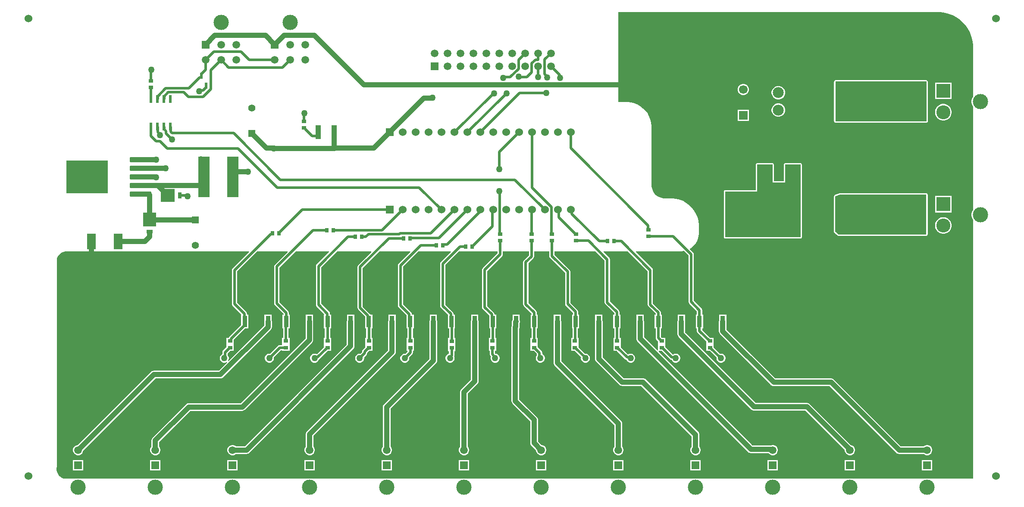
<source format=gbr>
G04*
G04 #@! TF.GenerationSoftware,Altium Limited,Altium Designer,22.4.2 (48)*
G04*
G04 Layer_Physical_Order=1*
G04 Layer_Color=255*
%FSLAX25Y25*%
%MOIN*%
G70*
G04*
G04 #@! TF.SameCoordinates,7713EA0D-6249-4CA7-80EE-CA65CFE05E5E*
G04*
G04*
G04 #@! TF.FilePolarity,Positive*
G04*
G01*
G75*
%ADD19R,0.08661X0.31496*%
%ADD20R,0.03740X0.03150*%
%ADD21R,0.03543X0.08858*%
%ADD22R,0.21850X0.24803*%
%ADD23R,0.03150X0.03740*%
G04:AMPARAMS|DCode=24|XSize=39.37mil|YSize=163.39mil|CornerRadius=1.97mil|HoleSize=0mil|Usage=FLASHONLY|Rotation=270.000|XOffset=0mil|YOffset=0mil|HoleType=Round|Shape=RoundedRectangle|*
%AMROUNDEDRECTD24*
21,1,0.03937,0.15945,0,0,270.0*
21,1,0.03543,0.16339,0,0,270.0*
1,1,0.00394,-0.07972,-0.01772*
1,1,0.00394,-0.07972,0.01772*
1,1,0.00394,0.07972,0.01772*
1,1,0.00394,0.07972,-0.01772*
%
%ADD24ROUNDEDRECTD24*%
G04:AMPARAMS|DCode=25|XSize=251.97mil|YSize=322.84mil|CornerRadius=2.52mil|HoleSize=0mil|Usage=FLASHONLY|Rotation=270.000|XOffset=0mil|YOffset=0mil|HoleType=Round|Shape=RoundedRectangle|*
%AMROUNDEDRECTD25*
21,1,0.25197,0.31780,0,0,270.0*
21,1,0.24693,0.32284,0,0,270.0*
1,1,0.00504,-0.15890,-0.12347*
1,1,0.00504,-0.15890,0.12347*
1,1,0.00504,0.15890,0.12347*
1,1,0.00504,0.15890,-0.12347*
%
%ADD25ROUNDEDRECTD25*%
%ADD26R,0.10000X0.10512*%
%ADD27R,0.05000X0.03000*%
%ADD28R,0.07008X0.12402*%
%ADD29R,0.04331X0.11024*%
%ADD30R,0.02200X0.05000*%
%ADD31R,0.02362X0.06102*%
%ADD32R,0.10512X0.10000*%
%ADD33R,0.03000X0.05000*%
%ADD56C,0.10827*%
%ADD57R,0.10827X0.10827*%
%ADD58C,0.11800*%
%ADD60C,0.05906*%
%ADD61R,0.05906X0.05906*%
%ADD65C,0.01968*%
%ADD66C,0.03937*%
%ADD67C,0.01181*%
%ADD68C,0.11811*%
%ADD69C,0.05984*%
%ADD70R,0.05984X0.05984*%
%ADD71C,0.06000*%
%ADD72R,0.06693X0.06693*%
%ADD73C,0.06693*%
%ADD74C,0.08465*%
%ADD75R,0.06693X0.06693*%
%ADD76C,0.05512*%
%ADD77R,0.05512X0.05512*%
%ADD78C,0.06024*%
%ADD79R,0.06024X0.06024*%
%ADD80C,0.05000*%
G36*
X727154Y398421D02*
X729735Y397908D01*
X732253Y397144D01*
X734684Y396137D01*
X737005Y394897D01*
X739192Y393435D01*
X741226Y391766D01*
X743087Y389905D01*
X744756Y387871D01*
X746218Y385683D01*
X747458Y383363D01*
X748465Y380932D01*
X749229Y378414D01*
X749743Y375833D01*
X750000Y373215D01*
X750000Y371899D01*
X750000D01*
Y333191D01*
X749709Y332755D01*
X749189Y331500D01*
X748924Y330167D01*
Y328807D01*
X749189Y327474D01*
X749709Y326219D01*
X750000Y325783D01*
Y245428D01*
X749709Y244992D01*
X749189Y243737D01*
X748924Y242404D01*
Y241044D01*
X749189Y239711D01*
X749709Y238456D01*
X750000Y238020D01*
Y37401D01*
X716318D01*
X715247Y37614D01*
X713887D01*
X712816Y37401D01*
X656654D01*
X655583Y37614D01*
X654223D01*
X653152Y37401D01*
X596991D01*
X595920Y37614D01*
X594560D01*
X593489Y37401D01*
X537327D01*
X536256Y37614D01*
X534896D01*
X533825Y37401D01*
X477664D01*
X476593Y37614D01*
X475233D01*
X474162Y37401D01*
X418000D01*
X416929Y37614D01*
X415569D01*
X414498Y37401D01*
X358336Y37401D01*
X357266Y37614D01*
X355905D01*
X354835Y37401D01*
X298673D01*
X297602Y37614D01*
X296242D01*
X295171Y37401D01*
X239009D01*
X237938Y37614D01*
X236578D01*
X235507Y37401D01*
X179346D01*
X178275Y37614D01*
X176915D01*
X175844Y37401D01*
X119682D01*
X118611Y37614D01*
X117251D01*
X116180Y37401D01*
X60019D01*
X58948Y37614D01*
X57588D01*
X56517Y37401D01*
X47721D01*
X46978Y37552D01*
X45578Y38139D01*
X44320Y38987D01*
X43252Y40064D01*
X42414Y41329D01*
X41839Y42734D01*
X41550Y44223D01*
X41556Y45740D01*
X41707Y46484D01*
X41707D01*
X41707Y205908D01*
X41707Y206646D01*
X41995Y208094D01*
X42559Y209458D01*
X43380Y210686D01*
X44423Y211730D01*
X45651Y212550D01*
X47015Y213115D01*
X48463Y213403D01*
X49202Y213403D01*
X49202Y213403D01*
X190238D01*
X190430Y212941D01*
X177643Y200154D01*
X177205Y199498D01*
X177051Y198723D01*
Y172899D01*
X177205Y172125D01*
X177643Y171468D01*
X184168Y164944D01*
X184315Y164484D01*
X184315D01*
X184315Y164484D01*
Y156487D01*
X175175Y147347D01*
X174736Y146691D01*
X174712Y146568D01*
X172850D01*
Y141418D01*
Y139161D01*
X170325Y136637D01*
X169887Y135980D01*
X169733Y135206D01*
Y133993D01*
X169027Y133585D01*
X168375Y132933D01*
X167914Y132135D01*
X167676Y131245D01*
Y130324D01*
X167914Y129433D01*
X168375Y128635D01*
X169027Y127984D01*
X169825Y127523D01*
X170715Y127284D01*
X171636D01*
X172527Y127523D01*
X173220Y127923D01*
X173527Y127523D01*
X167028Y121024D01*
X116770D01*
X115995Y120922D01*
X115273Y120623D01*
X114653Y120147D01*
X58025Y63520D01*
X57742D01*
X56727Y63248D01*
X55817Y62722D01*
X55073Y61979D01*
X54548Y61068D01*
X54276Y60053D01*
Y59002D01*
X54548Y57987D01*
X55073Y57076D01*
X55817Y56333D01*
X56727Y55808D01*
X57742Y55535D01*
X58793D01*
X59809Y55808D01*
X60719Y56333D01*
X61462Y57076D01*
X61988Y57987D01*
X62260Y59002D01*
Y59285D01*
X118010Y115036D01*
X168268D01*
X169043Y115138D01*
X169765Y115437D01*
X170385Y115913D01*
X207156Y152684D01*
X207632Y153304D01*
X207766Y153626D01*
X207811D01*
Y153735D01*
X207931Y154026D01*
X208033Y154801D01*
Y159055D01*
X207931Y159830D01*
X207811Y160121D01*
Y164484D01*
X202268D01*
Y160121D01*
X202147Y159830D01*
X202045Y159055D01*
Y156041D01*
X174437Y128433D01*
X174037Y128740D01*
X174437Y129433D01*
X174676Y130324D01*
Y131245D01*
X174437Y132135D01*
X173976Y132933D01*
X173779Y133131D01*
Y134368D01*
X175711Y136300D01*
X178590D01*
Y141418D01*
Y144388D01*
X178629Y144583D01*
Y145079D01*
X187176Y153626D01*
X189858D01*
Y164484D01*
X188805D01*
Y165190D01*
X188652Y165965D01*
X188213Y166621D01*
X181097Y173737D01*
Y197886D01*
X196614Y213403D01*
X220006D01*
X220197Y212941D01*
X210393Y203136D01*
X209954Y202480D01*
X209800Y201706D01*
Y173138D01*
X209954Y172364D01*
X210393Y171708D01*
X217025Y165076D01*
Y164484D01*
X216276D01*
Y153626D01*
X216902D01*
Y146568D01*
X215932D01*
Y140898D01*
X214179D01*
X213405Y140744D01*
X212749Y140305D01*
X206690Y134247D01*
X206550Y134284D01*
X205628D01*
X204738Y134046D01*
X203940Y133585D01*
X203288Y132933D01*
X202827Y132135D01*
X202589Y131245D01*
Y130324D01*
X202827Y129433D01*
X203288Y128635D01*
X203940Y127984D01*
X204738Y127523D01*
X205628Y127284D01*
X206550D01*
X207440Y127523D01*
X208238Y127984D01*
X208890Y128635D01*
X209350Y129433D01*
X209589Y130324D01*
Y131245D01*
X209551Y131386D01*
X215017Y136852D01*
X215932D01*
Y136300D01*
X221672D01*
Y141418D01*
Y146568D01*
X220948D01*
Y153626D01*
X221820D01*
Y164484D01*
X221071D01*
Y165914D01*
X220917Y166688D01*
X220479Y167344D01*
X213846Y173977D01*
Y200868D01*
X226381Y213403D01*
X252035D01*
X252226Y212941D01*
X242646Y203360D01*
X242208Y202704D01*
X242054Y201930D01*
Y172140D01*
X242208Y171366D01*
X242646Y170709D01*
X248423Y164932D01*
X248238Y164484D01*
X248238D01*
Y153626D01*
X248986D01*
Y146582D01*
X248205D01*
Y141432D01*
Y139175D01*
X242811Y133781D01*
X242353Y134046D01*
X241463Y134284D01*
X240541D01*
X239651Y134046D01*
X238853Y133585D01*
X238201Y132933D01*
X237740Y132135D01*
X237502Y131245D01*
Y130324D01*
X237740Y129433D01*
X238201Y128635D01*
X238853Y127984D01*
X239651Y127523D01*
X240541Y127284D01*
X241463D01*
X242353Y127523D01*
X243151Y127984D01*
X243803Y128635D01*
X244264Y129433D01*
X244335Y129699D01*
X244686Y129934D01*
X251066Y136314D01*
X253945D01*
Y141432D01*
Y146582D01*
X253032D01*
Y153626D01*
X253781D01*
Y164484D01*
X252956D01*
Y165284D01*
X252802Y166058D01*
X252363Y166714D01*
X246100Y172978D01*
Y201092D01*
X258411Y213403D01*
X284722D01*
X284913Y212941D01*
X274829Y202856D01*
X274390Y202200D01*
X274236Y201426D01*
Y169779D01*
X274390Y169004D01*
X274829Y168348D01*
X280160Y163017D01*
Y159843D01*
X280199Y159647D01*
Y153626D01*
X280981D01*
Y146568D01*
X280168D01*
Y141418D01*
Y139161D01*
X278340Y137333D01*
X277902Y136677D01*
X277748Y135903D01*
Y135478D01*
X276516Y134247D01*
X276376Y134284D01*
X275454D01*
X274564Y134046D01*
X273766Y133585D01*
X273114Y132933D01*
X272654Y132135D01*
X272415Y131245D01*
Y130324D01*
X272654Y129433D01*
X273114Y128635D01*
X273766Y127984D01*
X274564Y127523D01*
X275454Y127284D01*
X276376D01*
X277266Y127523D01*
X278064Y127984D01*
X278716Y128635D01*
X279177Y129433D01*
X279415Y130324D01*
Y131245D01*
X279378Y131386D01*
X281201Y133209D01*
X281640Y133866D01*
X281794Y134640D01*
Y135065D01*
X283012Y136283D01*
X283122Y136261D01*
X283318Y136300D01*
X285908D01*
Y141418D01*
Y146568D01*
X285028D01*
Y153626D01*
X285742D01*
Y164484D01*
X284081D01*
X284052Y164629D01*
X283614Y165285D01*
X278282Y170617D01*
Y200588D01*
X291097Y213403D01*
X314825D01*
X315017Y212941D01*
X306090Y204014D01*
X305651Y203358D01*
X305497Y202583D01*
Y171580D01*
X305651Y170805D01*
X306090Y170149D01*
X312160Y164079D01*
Y153626D01*
X312956D01*
Y146568D01*
X312157D01*
Y141418D01*
Y136300D01*
X312953D01*
X312983Y135800D01*
X311430Y134247D01*
X311289Y134284D01*
X310367D01*
X309477Y134046D01*
X308679Y133585D01*
X308028Y132933D01*
X307567Y132135D01*
X307328Y131245D01*
Y130324D01*
X307567Y129433D01*
X308028Y128635D01*
X308679Y127984D01*
X309477Y127523D01*
X310367Y127284D01*
X311289D01*
X312179Y127523D01*
X312977Y127984D01*
X313629Y128635D01*
X314090Y129433D01*
X314328Y130324D01*
Y131245D01*
X314291Y131386D01*
X316458Y133553D01*
X316896Y134209D01*
X317050Y134983D01*
Y136300D01*
X317897D01*
Y141418D01*
Y146568D01*
X317003D01*
Y153626D01*
X317704D01*
Y164484D01*
X316292D01*
Y164831D01*
X316138Y165606D01*
X315699Y166262D01*
X309544Y172418D01*
Y201745D01*
X321201Y213403D01*
X346188D01*
X346380Y212941D01*
X338766Y205327D01*
X338328Y204671D01*
X338174Y203896D01*
Y171194D01*
X338328Y170419D01*
X338766Y169763D01*
X344122Y164408D01*
Y153626D01*
X345061D01*
Y146445D01*
X344129D01*
Y141296D01*
Y136178D01*
X344976D01*
Y134203D01*
X344391Y134046D01*
X343592Y133585D01*
X342941Y132933D01*
X342480Y132135D01*
X342241Y131245D01*
Y130324D01*
X342480Y129433D01*
X342941Y128635D01*
X343592Y127984D01*
X344391Y127523D01*
X345281Y127284D01*
X346202D01*
X347092Y127523D01*
X347890Y127984D01*
X348542Y128635D01*
X349003Y129433D01*
X349241Y130324D01*
Y131245D01*
X349003Y132135D01*
X348910Y132297D01*
X349022Y132862D01*
Y136178D01*
X349869D01*
Y141296D01*
Y146445D01*
X349107D01*
Y153626D01*
X349665D01*
Y164484D01*
X348418D01*
Y164996D01*
X348264Y165770D01*
X347825Y166427D01*
X342220Y172032D01*
Y203059D01*
X352564Y213403D01*
X382605D01*
Y211986D01*
X371053Y200434D01*
X370614Y199777D01*
X370460Y199003D01*
Y170277D01*
X370614Y169503D01*
X371053Y168846D01*
X376044Y163855D01*
Y159843D01*
X376083Y159647D01*
Y153626D01*
X376720D01*
Y146568D01*
X375761D01*
Y141418D01*
Y136300D01*
X376608D01*
Y133628D01*
X376762Y132853D01*
X377201Y132197D01*
X377366Y132033D01*
X377155Y131245D01*
Y130324D01*
X377393Y129433D01*
X377854Y128635D01*
X378505Y127984D01*
X379304Y127523D01*
X380194Y127284D01*
X381115D01*
X382006Y127523D01*
X382804Y127984D01*
X383455Y128635D01*
X383916Y129433D01*
X384155Y130324D01*
Y131245D01*
X383916Y132135D01*
X383455Y132933D01*
X382804Y133585D01*
X382006Y134046D01*
X381115Y134284D01*
X380836D01*
X380655Y134466D01*
Y136300D01*
X381502D01*
Y141418D01*
Y146568D01*
X380766D01*
Y153626D01*
X381626D01*
Y164484D01*
X380090D01*
Y164693D01*
X379936Y165467D01*
X379498Y166123D01*
X374506Y171115D01*
Y198165D01*
X386059Y209718D01*
X386497Y210374D01*
X386651Y211148D01*
Y213403D01*
X406684D01*
Y210308D01*
X402899Y206523D01*
X402460Y205867D01*
X402307Y205093D01*
Y172485D01*
X402460Y171711D01*
X402899Y171055D01*
X408793Y165161D01*
Y164484D01*
X408044D01*
Y153626D01*
X408729D01*
Y146568D01*
X407817D01*
Y141418D01*
Y136300D01*
X410696D01*
X412965Y134032D01*
Y133131D01*
X412767Y132933D01*
X412306Y132135D01*
X412068Y131245D01*
Y130324D01*
X412306Y129433D01*
X412767Y128635D01*
X413419Y127984D01*
X414217Y127523D01*
X415107Y127284D01*
X416028D01*
X416919Y127523D01*
X417717Y127984D01*
X418368Y128635D01*
X418829Y129433D01*
X419068Y130324D01*
Y131245D01*
X418829Y132135D01*
X418368Y132933D01*
X417717Y133585D01*
X417011Y133993D01*
Y134870D01*
X416857Y135644D01*
X416418Y136300D01*
X413557Y139161D01*
Y141418D01*
Y146568D01*
X412775D01*
Y153626D01*
X413588D01*
Y164484D01*
X412839D01*
Y165999D01*
X412685Y166773D01*
X412247Y167429D01*
X406353Y173323D01*
Y204255D01*
X410138Y208040D01*
X410576Y208696D01*
X410731Y209470D01*
Y213403D01*
X422478D01*
Y209876D01*
X422632Y209101D01*
X423071Y208445D01*
X434692Y196824D01*
Y172707D01*
X434846Y171933D01*
X435285Y171276D01*
X440754Y165807D01*
Y164484D01*
X440006D01*
Y153626D01*
X440520D01*
Y146568D01*
X439438D01*
Y141418D01*
Y136300D01*
X442317D01*
X447064Y131554D01*
X446981Y131245D01*
Y130324D01*
X447219Y129433D01*
X447680Y128635D01*
X448332Y127984D01*
X449130Y127523D01*
X450020Y127284D01*
X450942D01*
X451832Y127523D01*
X452630Y127984D01*
X453282Y128635D01*
X453742Y129433D01*
X453981Y130324D01*
Y131245D01*
X453742Y132135D01*
X453282Y132933D01*
X452630Y133585D01*
X451832Y134046D01*
X450942Y134284D01*
X450055D01*
X445179Y139161D01*
Y141418D01*
Y146568D01*
X444566D01*
Y153626D01*
X445549D01*
Y164484D01*
X444801D01*
Y166645D01*
X444647Y167419D01*
X444208Y168076D01*
X438738Y173545D01*
Y197662D01*
X438584Y198436D01*
X438146Y199092D01*
X426524Y210714D01*
Y213403D01*
X458262D01*
X465303Y206362D01*
Y173927D01*
X465457Y173153D01*
X465896Y172496D01*
X472716Y165676D01*
Y164484D01*
X471967D01*
Y153626D01*
X472783D01*
Y146568D01*
X472004D01*
Y141418D01*
Y136300D01*
X474668D01*
X474864Y136261D01*
X474913Y136271D01*
X481250Y129934D01*
X481906Y129495D01*
X482128Y129451D01*
X482133Y129433D01*
X482593Y128635D01*
X483245Y127984D01*
X484043Y127523D01*
X484933Y127284D01*
X485855D01*
X486745Y127523D01*
X487543Y127984D01*
X488195Y128635D01*
X488656Y129433D01*
X488894Y130324D01*
Y131245D01*
X488656Y132135D01*
X488195Y132933D01*
X487543Y133585D01*
X486745Y134046D01*
X485855Y134284D01*
X484933D01*
X484043Y134046D01*
X483293Y133613D01*
X477745Y139161D01*
Y141418D01*
Y146568D01*
X476830D01*
Y153626D01*
X477510D01*
Y164484D01*
X476762D01*
Y166515D01*
X476608Y167289D01*
X476169Y167945D01*
X469349Y174765D01*
Y207200D01*
X469195Y207974D01*
X468757Y208630D01*
X468757Y208630D01*
X464447Y212941D01*
X464638Y213403D01*
X483217D01*
X498576Y198044D01*
Y172263D01*
X498730Y171489D01*
X499168Y170833D01*
X504677Y165324D01*
Y164484D01*
X503928D01*
Y153626D01*
X504677D01*
Y146443D01*
X504831Y145668D01*
X505269Y145012D01*
X506575Y143707D01*
Y141418D01*
Y136949D01*
X506075Y136742D01*
X495685Y147131D01*
Y159055D01*
X495583Y159830D01*
X495463Y160121D01*
Y164484D01*
X489920D01*
Y160121D01*
X489799Y159830D01*
X489697Y159055D01*
Y145891D01*
X489799Y145116D01*
X490098Y144394D01*
X490574Y143774D01*
X576259Y58090D01*
X576879Y57614D01*
X577601Y57315D01*
X578376Y57213D01*
X591966D01*
X592045Y57076D01*
X592789Y56333D01*
X593699Y55808D01*
X594714Y55535D01*
X595765D01*
X596781Y55808D01*
X597691Y56333D01*
X598434Y57076D01*
X598960Y57987D01*
X599232Y59002D01*
Y60053D01*
X598960Y61068D01*
X598434Y61979D01*
X597691Y62722D01*
X596781Y63248D01*
X595765Y63520D01*
X594714D01*
X593699Y63248D01*
X593524Y63147D01*
X593113Y63201D01*
X579616D01*
X507017Y135800D01*
X507224Y136300D01*
X509454D01*
X515820Y129934D01*
X516477Y129495D01*
X517079Y129375D01*
X517507Y128635D01*
X518158Y127984D01*
X518956Y127523D01*
X519846Y127284D01*
X520768D01*
X521658Y127523D01*
X522456Y127984D01*
X523108Y128635D01*
X523569Y129433D01*
X523807Y130324D01*
Y131245D01*
X523569Y132135D01*
X523108Y132933D01*
X522456Y133585D01*
X521658Y134046D01*
X520768Y134284D01*
X519846D01*
X518956Y134046D01*
X518158Y133585D01*
X518025Y133451D01*
X512315Y139161D01*
Y141418D01*
Y146568D01*
X509436D01*
X508723Y147281D01*
Y153626D01*
X509472D01*
Y164484D01*
X508723D01*
Y166162D01*
X508569Y166937D01*
X508131Y167593D01*
X502622Y173101D01*
Y198882D01*
X502468Y199656D01*
X502030Y200312D01*
X489401Y212941D01*
X489593Y213403D01*
X523525D01*
X524483Y213434D01*
X526384Y213684D01*
X526696Y213767D01*
X530221Y210243D01*
Y174300D01*
X530375Y173526D01*
X530813Y172870D01*
X536638Y167045D01*
Y164484D01*
X535890D01*
Y153626D01*
X536638D01*
Y151718D01*
X536792Y150944D01*
X537231Y150287D01*
X543812Y143707D01*
Y141418D01*
Y136300D01*
X546691D01*
X551726Y131265D01*
X551720Y131245D01*
Y130324D01*
X551959Y129433D01*
X552420Y128635D01*
X553071Y127984D01*
X553869Y127523D01*
X554760Y127284D01*
X555681D01*
X556571Y127523D01*
X557369Y127984D01*
X558021Y128635D01*
X558482Y129433D01*
X558720Y130324D01*
Y131245D01*
X558482Y132135D01*
X558021Y132933D01*
X557369Y133585D01*
X556571Y134046D01*
X555681Y134284D01*
X554760D01*
X554498Y134214D01*
X549552Y139161D01*
Y141418D01*
Y146568D01*
X546673D01*
X540685Y152556D01*
Y153626D01*
X541433D01*
Y164484D01*
X540685D01*
Y167883D01*
X540530Y168657D01*
X540092Y169313D01*
X534267Y175138D01*
Y211081D01*
X534113Y211855D01*
X533674Y212511D01*
X531099Y215086D01*
X531165Y215582D01*
X531666Y215871D01*
X533187Y217038D01*
X534543Y218394D01*
X535709Y219914D01*
X536668Y221574D01*
X537401Y223345D01*
X537897Y225197D01*
X538147Y227098D01*
X538178Y228056D01*
X538178Y228056D01*
X538178Y232745D01*
X538131Y234173D01*
X537759Y237005D01*
X537019Y239764D01*
X535926Y242403D01*
X534498Y244877D01*
X532759Y247143D01*
X530739Y249163D01*
X528473Y250902D01*
X525999Y252330D01*
X523360Y253423D01*
X520601Y254163D01*
X517769Y254535D01*
X516341Y254582D01*
Y254582D01*
X510667D01*
X508735Y254966D01*
X506916Y255720D01*
X505278Y256815D01*
X503885Y258207D01*
X502790Y259845D01*
X502037Y261665D01*
X501652Y263597D01*
Y264582D01*
X501652Y309446D01*
X501610Y310727D01*
X501276Y313268D01*
X500613Y315744D01*
X499632Y318112D01*
X498350Y320332D01*
X496790Y322366D01*
X494978Y324178D01*
X492944Y325738D01*
X490725Y327020D01*
X488356Y328000D01*
X485881Y328664D01*
X483340Y328998D01*
X482058Y329040D01*
Y329040D01*
X475992D01*
Y398679D01*
X723220Y398679D01*
X724536Y398679D01*
X727154Y398421D01*
D02*
G37*
%LPC*%
G36*
X572980Y343178D02*
X571836D01*
X570730Y342882D01*
X569739Y342310D01*
X568930Y341501D01*
X568358Y340510D01*
X568061Y339404D01*
Y338260D01*
X568358Y337154D01*
X568930Y336163D01*
X569739Y335354D01*
X570730Y334782D01*
X571836Y334485D01*
X572980D01*
X574085Y334782D01*
X575076Y335354D01*
X575886Y336163D01*
X576458Y337154D01*
X576754Y338260D01*
Y339404D01*
X576458Y340510D01*
X575886Y341501D01*
X575076Y342310D01*
X574085Y342882D01*
X572980Y343178D01*
D02*
G37*
G36*
X733537Y344150D02*
X720711D01*
Y331324D01*
X733537D01*
Y344150D01*
D02*
G37*
G36*
X600233Y341544D02*
X598856D01*
X597525Y341188D01*
X596332Y340499D01*
X595358Y339525D01*
X594669Y338332D01*
X594312Y337001D01*
Y335623D01*
X594669Y334293D01*
X595358Y333099D01*
X596332Y332125D01*
X597525Y331436D01*
X598856Y331080D01*
X600233D01*
X601564Y331436D01*
X602757Y332125D01*
X603731Y333099D01*
X604420Y334293D01*
X604777Y335623D01*
Y337001D01*
X604420Y338332D01*
X603731Y339525D01*
X602757Y340499D01*
X601564Y341188D01*
X600233Y341544D01*
D02*
G37*
G36*
Y328159D02*
X598856D01*
X597525Y327802D01*
X596332Y327113D01*
X595358Y326139D01*
X594669Y324946D01*
X594312Y323615D01*
Y322237D01*
X594669Y320907D01*
X595358Y319714D01*
X596332Y318739D01*
X597525Y318051D01*
X598856Y317694D01*
X600233D01*
X601564Y318051D01*
X602757Y318739D01*
X603731Y319714D01*
X604420Y320907D01*
X604777Y322237D01*
Y323615D01*
X604420Y324946D01*
X603731Y326139D01*
X602757Y327113D01*
X601564Y327802D01*
X600233Y328159D01*
D02*
G37*
G36*
X727756Y327650D02*
X726493D01*
X725253Y327404D01*
X724086Y326920D01*
X723036Y326219D01*
X722143Y325325D01*
X721441Y324275D01*
X720957Y323108D01*
X720711Y321869D01*
Y320605D01*
X720957Y319366D01*
X721441Y318199D01*
X722143Y317149D01*
X723036Y316255D01*
X724086Y315553D01*
X725253Y315070D01*
X726493Y314824D01*
X727756D01*
X728995Y315070D01*
X730162Y315553D01*
X731212Y316255D01*
X732106Y317149D01*
X732808Y318199D01*
X733291Y319366D01*
X733537Y320605D01*
Y321869D01*
X733291Y323108D01*
X732808Y324275D01*
X732106Y325325D01*
X731212Y326219D01*
X730162Y326920D01*
X728995Y327404D01*
X727756Y327650D01*
D02*
G37*
G36*
X576754Y323178D02*
X568061D01*
Y314485D01*
X576754D01*
Y323178D01*
D02*
G37*
G36*
X713997Y345993D02*
X643768D01*
X643670Y345973D01*
X643569D01*
X643485Y345957D01*
X643393Y345918D01*
X643378Y345916D01*
X643365Y345907D01*
X643118Y345805D01*
X642837Y345523D01*
X642734Y345276D01*
X642726Y345263D01*
X642723Y345249D01*
X642684Y345156D01*
X642668Y345072D01*
Y344972D01*
X642648Y344873D01*
Y340643D01*
Y318896D01*
Y314240D01*
X642668Y314141D01*
Y314041D01*
X642684Y313957D01*
X642723Y313864D01*
X642726Y313849D01*
X642734Y313837D01*
X642836Y313589D01*
X643118Y313308D01*
X643365Y313206D01*
X643378Y313197D01*
X643393Y313194D01*
X643485Y313156D01*
X643569Y313139D01*
X643670D01*
X643768Y313120D01*
X713997D01*
X714096Y313139D01*
X714196D01*
X714280Y313156D01*
X714372Y313194D01*
X714387Y313197D01*
X714400Y313206D01*
X714647Y313308D01*
X714929Y313589D01*
X715031Y313837D01*
X715039Y313849D01*
X715042Y313864D01*
X715081Y313957D01*
X715098Y314041D01*
Y314141D01*
X715117Y314240D01*
Y344873D01*
X715098Y344972D01*
Y345072D01*
X715081Y345156D01*
X715042Y345249D01*
X715039Y345263D01*
X715031Y345276D01*
X714929Y345523D01*
X714647Y345805D01*
X714400Y345907D01*
X714387Y345916D01*
X714372Y345918D01*
X714280Y345957D01*
X714196Y345973D01*
X714096D01*
X713997Y345993D01*
D02*
G37*
G36*
X616671Y281820D02*
X604859D01*
X604469Y281742D01*
X604139Y281521D01*
X603918Y281190D01*
X603840Y280800D01*
Y267647D01*
X596036D01*
Y280800D01*
X595959Y281190D01*
X595738Y281521D01*
X595407Y281742D01*
X595017Y281820D01*
X583206D01*
X582816Y281742D01*
X582485Y281521D01*
X582264Y281190D01*
X582186Y280800D01*
Y260954D01*
X558403D01*
X558013Y260876D01*
X557682Y260655D01*
X557461Y260324D01*
X557383Y259934D01*
Y224501D01*
X557461Y224111D01*
X557682Y223780D01*
X558013Y223559D01*
X558403Y223481D01*
X616671D01*
X617061Y223559D01*
X617391Y223780D01*
X617613Y224111D01*
X617690Y224501D01*
Y280800D01*
X617613Y281190D01*
X617391Y281521D01*
X617061Y281742D01*
X616671Y281820D01*
D02*
G37*
G36*
X713880Y258592D02*
X647271D01*
X647187Y258575D01*
X647186Y258575D01*
X647180Y258574D01*
X647173Y258575D01*
X647160Y258575D01*
X647134Y258569D01*
X647047Y258566D01*
X646975Y258550D01*
X646975D01*
X646902Y258536D01*
X646821Y258502D01*
X646796Y258497D01*
X646783Y258492D01*
X646778Y258488D01*
X646772Y258487D01*
X646771Y258487D01*
X646687Y258468D01*
X643317Y256970D01*
X643247Y256920D01*
X643246Y256920D01*
X643241Y256918D01*
X643229Y256909D01*
X643143Y256871D01*
X643073Y256822D01*
X643015Y256761D01*
X642935Y256707D01*
X642927Y256696D01*
X642916Y256688D01*
X642860Y256600D01*
X642808Y256547D01*
X642805Y256539D01*
X642799Y256533D01*
X642772Y256464D01*
X642714Y256377D01*
X642711Y256363D01*
X642704Y256352D01*
X642688Y256257D01*
X642656Y256180D01*
X642639Y256096D01*
Y256001D01*
X642636Y255986D01*
Y255981D01*
X642619Y255897D01*
Y228495D01*
X642628Y228451D01*
X642626Y228441D01*
X642631Y228418D01*
X642627Y228369D01*
X642634Y228315D01*
X642677Y228185D01*
X642704Y228051D01*
X642739Y227998D01*
X642759Y227937D01*
X642849Y227834D01*
X642925Y227720D01*
X642963Y227682D01*
X643004Y227655D01*
X643020Y227637D01*
X643029Y227632D01*
X643058Y227598D01*
X645465Y225726D01*
X645497Y225710D01*
X645546Y225672D01*
X645604Y225643D01*
X645634Y225620D01*
X645666Y225604D01*
X645688Y225597D01*
X645782Y225535D01*
X645845Y225522D01*
X645902Y225494D01*
X646015Y225485D01*
X646036Y225477D01*
X646071Y225470D01*
X646109D01*
X646172Y225457D01*
X646235D01*
X646270Y225450D01*
X713880D01*
X713978Y225470D01*
X714079D01*
X714162Y225486D01*
X714255Y225525D01*
X714270Y225528D01*
X714282Y225536D01*
X714530Y225639D01*
X714811Y225920D01*
X714914Y226167D01*
X714922Y226180D01*
X714925Y226195D01*
X714963Y226287D01*
X714980Y226371D01*
Y226471D01*
X715000Y226570D01*
Y257471D01*
X714980Y257570D01*
Y257670D01*
X714963Y257754D01*
X714925Y257847D01*
X714922Y257862D01*
X714914Y257874D01*
X714811Y258122D01*
X714530Y258403D01*
X714282Y258506D01*
X714270Y258514D01*
X714255Y258517D01*
X714162Y258555D01*
X714079Y258572D01*
X713978D01*
X713880Y258592D01*
D02*
G37*
G36*
X733537Y256387D02*
X720711D01*
Y243561D01*
X733537D01*
Y256387D01*
D02*
G37*
G36*
X727756Y239887D02*
X726493D01*
X725253Y239641D01*
X724086Y239158D01*
X723036Y238456D01*
X722143Y237562D01*
X721441Y236512D01*
X720957Y235345D01*
X720711Y234106D01*
Y232842D01*
X720957Y231603D01*
X721441Y230436D01*
X722143Y229386D01*
X723036Y228492D01*
X724086Y227791D01*
X725253Y227307D01*
X726493Y227061D01*
X727756D01*
X728995Y227307D01*
X730162Y227791D01*
X731212Y228492D01*
X732106Y229386D01*
X732808Y230436D01*
X733291Y231603D01*
X733537Y232842D01*
Y234106D01*
X733291Y235345D01*
X732808Y236512D01*
X732106Y237562D01*
X731212Y238456D01*
X730162Y239158D01*
X728995Y239641D01*
X727756Y239887D01*
D02*
G37*
G36*
X271734Y164484D02*
X266190D01*
Y160121D01*
X266070Y159830D01*
X265968Y159055D01*
Y141199D01*
X187290Y62522D01*
X180246D01*
X180046Y62722D01*
X179136Y63248D01*
X178120Y63520D01*
X177069D01*
X176054Y63248D01*
X175144Y62722D01*
X174400Y61979D01*
X173875Y61068D01*
X173603Y60053D01*
Y59002D01*
X173875Y57987D01*
X174400Y57076D01*
X175144Y56333D01*
X176054Y55808D01*
X177069Y55535D01*
X178120D01*
X179136Y55808D01*
X180046Y56333D01*
X180246Y56533D01*
X188531D01*
X189305Y56635D01*
X190028Y56935D01*
X190648Y57410D01*
X271079Y137842D01*
X271555Y138462D01*
X271854Y139184D01*
X271956Y139959D01*
Y159055D01*
X271854Y159830D01*
X271734Y160121D01*
Y164484D01*
D02*
G37*
G36*
X559386D02*
X553842D01*
Y160121D01*
X553722Y159830D01*
X553620Y159055D01*
Y151522D01*
X553722Y150747D01*
X554021Y150025D01*
X554497Y149405D01*
X593958Y109944D01*
X594578Y109468D01*
X595300Y109169D01*
X596075Y109067D01*
X639244D01*
X690900Y57410D01*
X691520Y56935D01*
X691819Y56811D01*
X692242Y56635D01*
X693017Y56533D01*
X711915D01*
X712116Y56333D01*
X713026Y55808D01*
X714041Y55535D01*
X715093D01*
X716108Y55808D01*
X717018Y56333D01*
X717761Y57076D01*
X718287Y57987D01*
X718559Y59002D01*
Y60053D01*
X718287Y61068D01*
X717761Y61979D01*
X717018Y62722D01*
X716108Y63248D01*
X715093Y63520D01*
X714041D01*
X713026Y63248D01*
X712116Y62722D01*
X711915Y62522D01*
X694258D01*
X642601Y114178D01*
X641981Y114654D01*
X641259Y114953D01*
X640484Y115055D01*
X597315D01*
X559608Y152762D01*
Y159055D01*
X559506Y159830D01*
X559386Y160121D01*
Y164484D01*
D02*
G37*
G36*
X527424D02*
X521881D01*
Y160121D01*
X521761Y159830D01*
X521659Y159055D01*
Y149363D01*
X521761Y148588D01*
X522060Y147866D01*
X522536Y147246D01*
X578846Y90935D01*
X579466Y90459D01*
X580189Y90160D01*
X580964Y90058D01*
X620568D01*
X650911Y59715D01*
Y59002D01*
X651183Y57987D01*
X651709Y57076D01*
X652452Y56333D01*
X653362Y55808D01*
X654378Y55535D01*
X655429D01*
X656444Y55808D01*
X657354Y56333D01*
X658098Y57076D01*
X658623Y57987D01*
X658895Y59002D01*
Y60053D01*
X658623Y61068D01*
X658098Y61979D01*
X657354Y62722D01*
X656444Y63248D01*
X655629Y63466D01*
X623925Y95169D01*
X623305Y95645D01*
X622583Y95944D01*
X621808Y96046D01*
X582204D01*
X527647Y150603D01*
Y159055D01*
X527545Y159830D01*
X527424Y160121D01*
Y164484D01*
D02*
G37*
G36*
X463502D02*
X457958D01*
Y160121D01*
X457838Y159830D01*
X457736Y159055D01*
Y130287D01*
X457838Y129512D01*
X458137Y128790D01*
X458613Y128170D01*
X476695Y110088D01*
X477316Y109612D01*
X478038Y109313D01*
X478813Y109211D01*
X493642D01*
X532582Y70270D01*
Y62179D01*
X532382Y61979D01*
X531856Y61068D01*
X531584Y60053D01*
Y59002D01*
X531856Y57987D01*
X532382Y57076D01*
X533125Y56333D01*
X534035Y55808D01*
X535051Y55535D01*
X536102D01*
X537117Y55808D01*
X538027Y56333D01*
X538771Y57076D01*
X539296Y57987D01*
X539568Y59002D01*
Y60053D01*
X539296Y61068D01*
X538771Y61979D01*
X538570Y62179D01*
Y71510D01*
X538468Y72285D01*
X538169Y73008D01*
X537693Y73628D01*
X496999Y114322D01*
X496379Y114798D01*
X495657Y115097D01*
X494882Y115199D01*
X480053D01*
X463724Y131527D01*
Y159055D01*
X463622Y159830D01*
X463502Y160121D01*
Y164484D01*
D02*
G37*
G36*
X431540D02*
X425997D01*
Y160121D01*
X425877Y159830D01*
X425775Y159055D01*
Y127137D01*
X425877Y126362D01*
X426176Y125640D01*
X426652Y125020D01*
X472919Y78753D01*
Y62179D01*
X472718Y61979D01*
X472193Y61068D01*
X471920Y60053D01*
Y59002D01*
X472193Y57987D01*
X472718Y57076D01*
X473461Y56333D01*
X474372Y55808D01*
X475387Y55535D01*
X476438D01*
X477454Y55808D01*
X478364Y56333D01*
X479107Y57076D01*
X479633Y57987D01*
X479905Y59002D01*
Y60053D01*
X479633Y61068D01*
X479107Y61979D01*
X478907Y62179D01*
Y79993D01*
X478805Y80768D01*
X478506Y81490D01*
X478030Y82110D01*
X431763Y128377D01*
Y159055D01*
X431661Y159830D01*
X431540Y160121D01*
Y164484D01*
D02*
G37*
G36*
X399579D02*
X394036D01*
Y160379D01*
X394018Y160355D01*
X393719Y159633D01*
X393616Y158858D01*
Y156153D01*
X393392Y155612D01*
X393290Y154837D01*
Y97549D01*
X393392Y96774D01*
X393691Y96052D01*
X394167Y95431D01*
X407791Y81808D01*
Y64992D01*
X407893Y64217D01*
X408192Y63495D01*
X408668Y62875D01*
X412257Y59285D01*
Y59002D01*
X412529Y57987D01*
X413055Y57076D01*
X413798Y56333D01*
X414708Y55808D01*
X415724Y55535D01*
X416775D01*
X417790Y55808D01*
X418700Y56333D01*
X419444Y57076D01*
X419969Y57987D01*
X420241Y59002D01*
Y60053D01*
X419969Y61068D01*
X419444Y61979D01*
X418700Y62722D01*
X417790Y63248D01*
X416775Y63520D01*
X416491D01*
X413779Y66232D01*
Y83048D01*
X413677Y83823D01*
X413502Y84246D01*
X413378Y84545D01*
X412902Y85165D01*
X399278Y98789D01*
Y153626D01*
X399579D01*
Y154968D01*
X399605Y155163D01*
Y158051D01*
X399699Y158280D01*
X399801Y159055D01*
X399699Y159830D01*
X399579Y160121D01*
Y164484D01*
D02*
G37*
G36*
X367618D02*
X362074D01*
Y160121D01*
X361954Y159830D01*
X361852Y159055D01*
Y114034D01*
X354468Y106650D01*
X353993Y106030D01*
X353693Y105308D01*
X353591Y104533D01*
Y62179D01*
X353391Y61979D01*
X352866Y61068D01*
X352593Y60053D01*
Y59002D01*
X352866Y57987D01*
X353391Y57076D01*
X354134Y56333D01*
X355045Y55808D01*
X356060Y55535D01*
X357111D01*
X358126Y55808D01*
X359037Y56333D01*
X359780Y57076D01*
X360306Y57987D01*
X360578Y59002D01*
Y60053D01*
X360306Y61068D01*
X359780Y61979D01*
X359580Y62179D01*
Y103293D01*
X366963Y110676D01*
X367439Y111297D01*
X367563Y111596D01*
X367738Y112019D01*
X367840Y112794D01*
Y159055D01*
X367738Y159830D01*
X367618Y160121D01*
Y164484D01*
D02*
G37*
G36*
X335656D02*
X330113D01*
Y160121D01*
X329993Y159830D01*
X329891Y159055D01*
Y130188D01*
X294733Y95031D01*
X294257Y94411D01*
X293958Y93688D01*
X293856Y92913D01*
Y62108D01*
X293727Y61979D01*
X293202Y61068D01*
X292930Y60053D01*
Y59002D01*
X293202Y57987D01*
X293727Y57076D01*
X294471Y56333D01*
X295381Y55808D01*
X296396Y55535D01*
X297447D01*
X298463Y55808D01*
X299373Y56333D01*
X300116Y57076D01*
X300642Y57987D01*
X300914Y59002D01*
Y60053D01*
X300642Y61068D01*
X300116Y61979D01*
X299845Y62251D01*
Y91673D01*
X335002Y126831D01*
X335478Y127451D01*
X335602Y127750D01*
X335777Y128173D01*
X335879Y128948D01*
Y159055D01*
X335777Y159830D01*
X335656Y160121D01*
Y164484D01*
D02*
G37*
G36*
X303695D02*
X298152D01*
Y160121D01*
X298031Y159830D01*
X297929Y159055D01*
Y136809D01*
X235141Y74021D01*
X234665Y73401D01*
X234366Y72679D01*
X234264Y71904D01*
Y62179D01*
X234064Y61979D01*
X233538Y61068D01*
X233266Y60053D01*
Y59002D01*
X233538Y57987D01*
X234064Y57076D01*
X234807Y56333D01*
X235718Y55808D01*
X236733Y55535D01*
X237784D01*
X238799Y55808D01*
X239710Y56333D01*
X240453Y57076D01*
X240979Y57987D01*
X241250Y59002D01*
Y60053D01*
X240979Y61068D01*
X240453Y61979D01*
X240252Y62179D01*
Y70664D01*
X303041Y133452D01*
X303516Y134072D01*
X303640Y134371D01*
X303816Y134794D01*
X303918Y135569D01*
Y159055D01*
X303816Y159830D01*
X303695Y160121D01*
Y164484D01*
D02*
G37*
G36*
X239772D02*
X234229D01*
Y160121D01*
X234109Y159830D01*
X234007Y159055D01*
Y146109D01*
X183805Y95907D01*
X143808D01*
X143033Y95806D01*
X142610Y95630D01*
X142311Y95506D01*
X141691Y95031D01*
X115814Y69153D01*
X115338Y68533D01*
X115039Y67811D01*
X114937Y67036D01*
Y62179D01*
X114737Y61979D01*
X114211Y61068D01*
X113939Y60053D01*
Y59002D01*
X114211Y57987D01*
X114737Y57076D01*
X115480Y56333D01*
X116390Y55808D01*
X117406Y55535D01*
X118457D01*
X119472Y55808D01*
X120382Y56333D01*
X121126Y57076D01*
X121651Y57987D01*
X121923Y59002D01*
Y60053D01*
X121651Y61068D01*
X121126Y61979D01*
X120925Y62179D01*
Y65796D01*
X145048Y89919D01*
X185045D01*
X185820Y90021D01*
X186542Y90320D01*
X187162Y90796D01*
X239118Y142752D01*
X239594Y143372D01*
X239893Y144094D01*
X239995Y144869D01*
Y159055D01*
X239893Y159830D01*
X239772Y160121D01*
Y164484D01*
D02*
G37*
G36*
X718559Y51709D02*
X710575D01*
Y43724D01*
X718559D01*
Y51709D01*
D02*
G37*
G36*
X658895D02*
X650911D01*
Y43724D01*
X658895D01*
Y51709D01*
D02*
G37*
G36*
X599232D02*
X591248D01*
Y43724D01*
X599232D01*
Y51709D01*
D02*
G37*
G36*
X539568D02*
X531584D01*
Y43724D01*
X539568D01*
Y51709D01*
D02*
G37*
G36*
X479905D02*
X471920D01*
Y43724D01*
X479905D01*
Y51709D01*
D02*
G37*
G36*
X420241D02*
X412257D01*
Y43724D01*
X420241D01*
Y51709D01*
D02*
G37*
G36*
X360578D02*
X352593D01*
Y43724D01*
X360578D01*
Y51709D01*
D02*
G37*
G36*
X300914D02*
X292930D01*
Y43724D01*
X300914D01*
Y51709D01*
D02*
G37*
G36*
X241250D02*
X233266D01*
Y43724D01*
X241250D01*
Y51709D01*
D02*
G37*
G36*
X181587D02*
X173603D01*
Y43724D01*
X181587D01*
Y51709D01*
D02*
G37*
G36*
X121923D02*
X113939D01*
Y43724D01*
X121923D01*
Y51709D01*
D02*
G37*
G36*
X62260D02*
X54276D01*
Y43724D01*
X62260D01*
Y51709D01*
D02*
G37*
%LPD*%
G36*
X714081Y344957D02*
X714097Y344873D01*
Y314240D01*
X714081Y314156D01*
X713997Y314139D01*
X643768D01*
X643684Y314156D01*
X643668Y314240D01*
Y318896D01*
Y340643D01*
Y344873D01*
X643684Y344957D01*
X643768Y344973D01*
X713997D01*
X714081Y344957D01*
D02*
G37*
G36*
X616671Y224501D02*
X558403D01*
Y259934D01*
X583206D01*
Y280800D01*
X595017D01*
Y266627D01*
X604859D01*
Y280800D01*
X616671D01*
Y224501D01*
D02*
G37*
G36*
X713964Y257555D02*
X713980Y257471D01*
Y226570D01*
X713964Y226486D01*
X713880Y226470D01*
X646270D01*
X646235Y226477D01*
X646172D01*
X646123Y226515D01*
X646091Y226531D01*
X643684Y228403D01*
X643646Y228441D01*
X643639Y228495D01*
Y255897D01*
X643656Y255981D01*
Y255986D01*
X643661Y255989D01*
X643731Y256038D01*
X646092Y257087D01*
X647101Y257536D01*
X647174Y257550D01*
X647186Y257555D01*
X647199Y257556D01*
X647271Y257572D01*
X713880D01*
X713964Y257555D01*
D02*
G37*
D19*
X177904Y271184D02*
D03*
X155464D02*
D03*
D20*
X546682Y143993D02*
D03*
Y138875D02*
D03*
X509445Y143993D02*
D03*
Y138875D02*
D03*
X474874Y143993D02*
D03*
Y138875D02*
D03*
X410687Y143993D02*
D03*
Y138875D02*
D03*
X378631Y143993D02*
D03*
Y138875D02*
D03*
X442308Y143993D02*
D03*
Y138875D02*
D03*
X499069Y225061D02*
D03*
Y230179D02*
D03*
X384628Y221695D02*
D03*
Y226814D02*
D03*
X424501Y221695D02*
D03*
Y226814D02*
D03*
X408707Y221695D02*
D03*
Y226814D02*
D03*
X443014Y221695D02*
D03*
Y226814D02*
D03*
X346999Y143870D02*
D03*
Y138752D02*
D03*
X315027Y143993D02*
D03*
Y138875D02*
D03*
X283038Y143993D02*
D03*
Y138875D02*
D03*
X251075Y144007D02*
D03*
Y138889D02*
D03*
X218802Y143993D02*
D03*
Y138875D02*
D03*
X175720Y143993D02*
D03*
Y138875D02*
D03*
X232975Y309075D02*
D03*
Y314193D02*
D03*
X114505Y340445D02*
D03*
Y345564D02*
D03*
D21*
X442777Y159055D02*
D03*
X460730D02*
D03*
X410816D02*
D03*
X428769D02*
D03*
X506700D02*
D03*
X524653D02*
D03*
X219048D02*
D03*
X237001D02*
D03*
X556614D02*
D03*
X538661D02*
D03*
X492691D02*
D03*
X474739D02*
D03*
X396807D02*
D03*
X378855D02*
D03*
X364846D02*
D03*
X346893D02*
D03*
X332885D02*
D03*
X314932D02*
D03*
X300923D02*
D03*
X282971D02*
D03*
X268962D02*
D03*
X251009D02*
D03*
X205039D02*
D03*
X187087D02*
D03*
D22*
X451754Y185039D02*
D03*
X419792D02*
D03*
X515676D02*
D03*
X228024D02*
D03*
X547638D02*
D03*
X483715D02*
D03*
X387831D02*
D03*
X355870D02*
D03*
X323908D02*
D03*
X291947D02*
D03*
X259986D02*
D03*
X196063D02*
D03*
D23*
X309836Y223553D02*
D03*
X314954D02*
D03*
X250365Y229816D02*
D03*
X255483D02*
D03*
X357707Y217249D02*
D03*
X362825D02*
D03*
X335193Y218278D02*
D03*
X340312D02*
D03*
X272474Y224787D02*
D03*
X277592D02*
D03*
X208504Y227547D02*
D03*
X213622D02*
D03*
X472629Y221406D02*
D03*
X467511D02*
D03*
D24*
X106370Y257798D02*
D03*
Y264491D02*
D03*
Y271184D02*
D03*
Y277877D02*
D03*
Y284570D02*
D03*
D25*
X65229Y271184D02*
D03*
D26*
X113385Y238096D02*
D03*
D27*
Y228840D02*
D03*
D28*
X68438Y221112D02*
D03*
X89029D02*
D03*
D29*
X256127Y305763D02*
D03*
X243922D02*
D03*
D30*
X160808Y349499D02*
D03*
X153603D02*
D03*
X157206Y341857D02*
D03*
D31*
X114471Y310070D02*
D03*
X119471D02*
D03*
X124471D02*
D03*
X129471D02*
D03*
X114471Y331330D02*
D03*
X119471D02*
D03*
X124471D02*
D03*
X129471D02*
D03*
D32*
X127480Y256747D02*
D03*
D33*
X136736D02*
D03*
D56*
X705424Y233474D02*
D03*
Y249974D02*
D03*
X727124Y233474D02*
D03*
X705424Y321237D02*
D03*
Y337737D02*
D03*
X727124Y321237D02*
D03*
D57*
Y249974D02*
D03*
Y337737D02*
D03*
D58*
X755824Y241724D02*
D03*
Y329487D02*
D03*
D60*
X333742Y366912D02*
D03*
X343742Y356912D02*
D03*
Y366912D02*
D03*
X353742Y356912D02*
D03*
Y366912D02*
D03*
X363742Y356912D02*
D03*
Y366912D02*
D03*
X373742Y356912D02*
D03*
Y366912D02*
D03*
X383742Y356912D02*
D03*
Y366912D02*
D03*
X393742Y356912D02*
D03*
Y366912D02*
D03*
X403742Y356912D02*
D03*
Y366912D02*
D03*
X413742Y356912D02*
D03*
Y366912D02*
D03*
X423742Y356912D02*
D03*
Y366912D02*
D03*
D61*
X333742Y356912D02*
D03*
D65*
X160808Y353939D02*
X168671Y361802D01*
X160808Y339053D02*
Y353939D01*
X153603Y350899D02*
X156860Y354156D01*
X153603Y349499D02*
Y350899D01*
X156860Y361802D02*
X163027Y367969D01*
X156860Y354156D02*
Y361802D01*
X126305Y304788D02*
X130974Y300120D01*
X126305Y304788D02*
Y306365D01*
X130821Y305013D02*
X178405D01*
X129471Y310070D02*
X129668Y309873D01*
X124471Y310070D02*
X124668Y309873D01*
X178405Y305013D02*
X214548Y268871D01*
X129668Y306166D02*
X130821Y305013D01*
X129668Y306166D02*
Y309873D01*
X124668Y308003D02*
X126305Y306365D01*
X124668Y308003D02*
Y309873D01*
X139996Y336638D02*
X143557Y333077D01*
X154832D01*
X160808Y339053D01*
X125982Y339879D02*
X143983D01*
X153603Y348099D02*
Y349499D01*
X143983Y339879D02*
X152087Y347983D01*
X153488D01*
X154890Y338141D02*
X157206Y340457D01*
Y341857D01*
X151695Y337561D02*
X152275Y338141D01*
X154890D01*
X119668Y333565D02*
X125982Y339879D01*
X153488Y347983D02*
X153603Y348099D01*
X127741Y336638D02*
X139996D01*
X124668Y333565D02*
X127741Y336638D01*
X124471Y331330D02*
X124668Y331527D01*
Y333565D01*
X347010Y138637D02*
X347062Y138689D01*
X119471Y331330D02*
X119668Y331527D01*
Y333565D01*
X243255Y131364D02*
X250780Y138889D01*
X251075D01*
X241582Y131364D02*
X243255D01*
X241002Y130784D02*
X241582Y131364D01*
X214179Y138875D02*
X218802D01*
X206089Y130784D02*
X214179Y138875D01*
X310828Y130784D02*
X315027Y134983D01*
Y138875D01*
X279771Y134640D02*
Y135903D01*
X275915Y130784D02*
X279771Y134640D01*
X282743Y138875D02*
X283038D01*
X279771Y135903D02*
X282743Y138875D01*
X345741Y131605D02*
X346999Y132862D01*
Y138752D01*
X345741Y130784D02*
Y131605D01*
X378631Y133628D02*
Y138875D01*
Y133628D02*
X380655Y131605D01*
Y130784D02*
Y131605D01*
X414988Y131364D02*
Y134870D01*
X410687Y138875D02*
X410983D01*
X414988Y134870D01*
Y131364D02*
X415568Y130784D01*
X442604Y138875D02*
X450481Y130998D01*
Y130784D02*
Y130998D01*
X442308Y138875D02*
X442604D01*
X474874D02*
X475170D01*
X482680Y131364D01*
X484814D01*
X485394Y130784D01*
X517251Y131364D02*
X519727D01*
X520307Y130784D01*
X509445Y138875D02*
X509740D01*
X517251Y131364D01*
X555067Y130784D02*
X555220D01*
X546682Y138875D02*
X546977D01*
X555067Y130784D01*
X171176D02*
X171756Y131364D01*
X175425Y138875D02*
X175720D01*
X171756Y135206D02*
X175425Y138875D01*
X171756Y131364D02*
Y135206D01*
X474864Y138284D02*
X474874Y138295D01*
Y138875D01*
X442308D02*
X442573Y138610D01*
X410687Y138875D02*
X410900Y138662D01*
X378537Y138780D02*
X378631Y138875D01*
X314978Y138826D02*
X315027Y138875D01*
X283038Y138368D02*
Y138875D01*
Y138368D02*
X283122Y138284D01*
X399599Y336173D02*
X420071D01*
X369067Y305640D02*
X399599Y336173D01*
X405252Y348428D02*
X408805Y351980D01*
X399049Y348428D02*
X405252D01*
X398815Y348662D02*
X399049Y348428D01*
X408805Y351980D02*
Y358957D01*
X423742Y356912D02*
X430374Y350279D01*
Y348386D02*
Y350279D01*
Y348386D02*
X430954Y347806D01*
X420813Y348046D02*
Y348867D01*
X418805Y350874D02*
X420813Y348867D01*
X418805Y350874D02*
Y361975D01*
X423742Y366912D01*
X413742Y348438D02*
X413887Y348293D01*
X413742Y348438D02*
Y356912D01*
X359090Y305640D02*
X389375Y335926D01*
X389398D01*
X359067Y305640D02*
X359090D01*
X411697Y361849D02*
X413742D01*
Y366912D01*
X408805Y358957D02*
X411697Y361849D01*
X349067Y305640D02*
X349267D01*
X379552Y335926D02*
X379751D01*
X349267Y305640D02*
X379552Y335926D01*
X392130Y348318D02*
X398679Y354867D01*
X387190Y348318D02*
X392130D01*
X386677Y347806D02*
X387190Y348318D01*
X398679Y354867D02*
Y361849D01*
X403742Y366912D01*
X119471Y310070D02*
X119668Y309873D01*
Y305855D02*
Y309873D01*
Y305855D02*
X121332Y304191D01*
X251009Y144073D02*
Y159055D01*
X378743Y158944D02*
X378855Y159055D01*
X378743Y144105D02*
Y158944D01*
X378631Y143993D02*
X378743Y144105D01*
X410752Y158991D02*
X410816Y159055D01*
X410752Y144057D02*
Y158991D01*
X410687Y143993D02*
X410752Y144057D01*
X442543Y144227D02*
Y158821D01*
X442777Y159055D01*
X442308Y143993D02*
X442543Y144227D01*
X474807Y144061D02*
X474874Y143993D01*
X474739Y159055D02*
X474807Y158987D01*
Y144061D02*
Y158987D01*
X509150Y143993D02*
X509445D01*
X506700Y146443D02*
Y159055D01*
Y146443D02*
X509150Y143993D01*
X538661Y151718D02*
X546386Y143993D01*
X546682D01*
X538661Y151718D02*
Y159055D01*
X372483Y170277D02*
Y199003D01*
X384628Y211148D02*
Y221695D01*
X372483Y199003D02*
X384628Y211148D01*
X372483Y170277D02*
X378067Y164693D01*
Y159843D02*
X378855Y159055D01*
X378067Y159843D02*
Y164693D01*
X439067Y293463D02*
Y305640D01*
X498976Y230272D02*
Y233554D01*
Y230272D02*
X499069Y230179D01*
X439067Y293463D02*
X498976Y233554D01*
X499069Y225061D02*
X518263D01*
X532244Y211081D01*
Y174300D02*
Y211081D01*
Y174300D02*
X538661Y167883D01*
Y159055D02*
Y167883D01*
X500599Y172263D02*
Y198882D01*
X506700Y159055D02*
Y166162D01*
X500599Y172263D02*
X506700Y166162D01*
X478074Y221406D02*
X500599Y198882D01*
X472629Y221406D02*
X478074D01*
X443014Y221695D02*
X452831Y221695D01*
X467326Y173927D02*
Y207200D01*
X452831Y221695D02*
X467326Y207200D01*
X474739Y159055D02*
Y166515D01*
X467326Y173927D02*
X474739Y166515D01*
X424501Y209876D02*
X436715Y197662D01*
Y172707D02*
Y197662D01*
Y172707D02*
X442777Y166645D01*
Y159055D02*
Y166645D01*
X424501Y209876D02*
Y221695D01*
X404330Y172485D02*
Y205093D01*
X410816Y159055D02*
Y165999D01*
X404330Y172485D02*
X410816Y165999D01*
X408707Y209470D02*
Y221695D01*
X404330Y205093D02*
X408707Y209470D01*
X429843Y239689D02*
X442718Y226814D01*
X443014D01*
X429067Y245640D02*
X429843Y244865D01*
Y239689D02*
Y244865D01*
X424071Y227244D02*
Y247702D01*
Y227244D02*
X424501Y226814D01*
X461008Y221406D02*
X467511D01*
X408887Y226993D02*
Y245461D01*
X409067Y245640D01*
X408707Y226814D02*
X408887Y226993D01*
X383951Y259964D02*
X384071Y259843D01*
Y227371D02*
Y259843D01*
Y227371D02*
X384628Y226814D01*
X439067Y245640D02*
X439843Y244865D01*
Y242572D02*
X461008Y221406D01*
X439843Y242572D02*
Y244865D01*
X218925Y144116D02*
Y158932D01*
X219048Y159055D01*
X218802Y143993D02*
X218925Y144116D01*
X176606Y145917D02*
X187087Y156398D01*
X176606Y144583D02*
Y145917D01*
X176015Y143993D02*
X176606Y144583D01*
X175720Y143993D02*
X176015D01*
X187087Y156398D02*
Y159055D01*
X283004Y144027D02*
Y159021D01*
X282971Y159055D02*
X283004Y159021D01*
Y144027D02*
X283038Y143993D01*
X314980Y144041D02*
X315027Y143993D01*
X314932Y159055D02*
X314980Y159008D01*
Y144041D02*
Y159008D01*
X357707Y217249D02*
X357964D01*
X353549D02*
X357707D01*
X347084Y143993D02*
Y158865D01*
X346893Y159055D02*
X347084Y158865D01*
X211823Y173138D02*
Y201706D01*
X219048Y159055D02*
Y165914D01*
X211823Y173138D02*
X219048Y165914D01*
X186782Y159359D02*
X187087Y159055D01*
X186782Y159359D02*
Y165190D01*
X179074Y172899D02*
X186782Y165190D01*
X179074Y172899D02*
Y198723D01*
X207012Y226661D02*
X207913D01*
X179074Y198723D02*
X207012Y226661D01*
X207913D02*
X208504Y227252D01*
Y227547D01*
X231420Y245640D02*
X299067D01*
X213622Y227842D02*
X231420Y245640D01*
X213622Y227547D02*
Y227842D01*
X280581Y224787D02*
X282704Y226910D01*
X255483Y229879D02*
X293305D01*
X309067Y245640D01*
X307111Y227501D02*
X330927D01*
X282704Y226910D02*
X306520D01*
X307111Y227501D01*
X239933Y229816D02*
X250365D01*
X211823Y201706D02*
X239933Y229816D01*
X244077Y172140D02*
X250933Y165284D01*
X244077Y201930D02*
X266934Y224787D01*
X244077Y172140D02*
Y201930D01*
X266934Y224787D02*
X272474D01*
X250933Y159132D02*
Y165284D01*
Y159132D02*
X251009Y159055D01*
X277592Y224787D02*
X280581D01*
X340197Y171194D02*
Y203896D01*
X353549Y217249D01*
X363082D02*
Y217544D01*
X378510Y232677D02*
Y245083D01*
X363968Y218135D02*
X378510Y232677D01*
X363082Y217544D02*
X363672Y218135D01*
X363968D01*
X337275Y223848D02*
X359067Y245640D01*
X315249Y223848D02*
X337275D01*
X314954Y223553D02*
X315249Y223848D01*
X282183Y159843D02*
X282971Y159055D01*
X276259Y169779D02*
Y201426D01*
X282183Y159843D02*
Y163855D01*
X276259Y169779D02*
X282183Y163855D01*
X276259Y201426D02*
X298387Y223553D01*
X309836D01*
X346394Y159554D02*
X346893Y159055D01*
X346394Y159554D02*
Y164996D01*
X340197Y171194D02*
X346394Y164996D01*
X340815Y218781D02*
X343492D01*
X340312Y218278D02*
X340815Y218781D01*
X368291Y244865D02*
X369067Y245640D01*
X368291Y243580D02*
Y244865D01*
X343492Y218781D02*
X368291Y243580D01*
X314269Y159718D02*
Y164831D01*
X307521Y171580D02*
Y202583D01*
X314269Y159718D02*
X314932Y159055D01*
X307521Y171580D02*
X314269Y164831D01*
X307521Y202583D02*
X323215Y218278D01*
X335193D01*
X121332Y303371D02*
Y304191D01*
X142393Y256747D02*
X142866Y256275D01*
X136736Y256747D02*
X142393D01*
X232975Y320314D02*
X233065Y320405D01*
X232975Y314193D02*
Y320314D01*
X233860Y308189D02*
X239289Y302761D01*
X242741D01*
X243922Y303942D01*
Y305763D01*
X233860Y308189D02*
Y308484D01*
X232975Y309075D02*
X233270D01*
X233860Y308484D01*
X100170Y284570D02*
X106370D01*
X232975Y314193D02*
X233078Y314296D01*
X212093Y262845D02*
X321862D01*
X181908Y293030D02*
X212093Y262845D01*
X127067Y293030D02*
X181908D01*
X214548Y268871D02*
X395836D01*
X114471Y331330D02*
X114488Y331347D01*
Y340428D01*
X114505Y340445D01*
X114643Y345701D02*
Y353971D01*
X114505Y345564D02*
X114643Y345701D01*
Y353971D02*
X114781Y354109D01*
X114471Y302666D02*
Y310070D01*
Y302666D02*
X118423Y298713D01*
X121383D01*
X127067Y293030D01*
X113350Y242521D02*
X113385Y242486D01*
X174644Y355829D02*
X216125D01*
X168671Y361802D02*
X174644Y355829D01*
X216125D02*
X222098Y361802D01*
X184226Y367969D02*
X190393Y361802D01*
X163027Y367969D02*
X184226D01*
X190393Y361802D02*
X210287D01*
X378510Y245083D02*
X379067Y245640D01*
X330927Y227501D02*
X349067Y245640D01*
X409067Y262706D02*
X424071Y247702D01*
X409067Y262706D02*
Y305640D01*
X383951Y290524D02*
X399067Y305640D01*
X383951Y276992D02*
Y290524D01*
X395836Y268871D02*
X419067Y245640D01*
X321862Y262845D02*
X339067Y245640D01*
X652526Y335328D02*
Y336312D01*
X652694Y235131D02*
X654452D01*
X652694Y248517D02*
X654452D01*
X572408Y338832D02*
X573686D01*
D66*
X279091Y342337D02*
X488663D01*
X240704Y380724D02*
X279091Y342337D01*
X217399Y380724D02*
X240704D01*
X155197Y282856D02*
Y282864D01*
X178287Y273672D02*
X179790Y275175D01*
X153101Y284960D02*
X155197Y282864D01*
X179790Y275175D02*
X189422D01*
X203152Y380747D02*
X210287Y373613D01*
X163995Y380747D02*
X203152D01*
X156860Y373613D02*
X163995Y380747D01*
X325650Y332224D02*
X331952D01*
X299067Y305640D02*
X325650Y332224D01*
X331952D02*
X332156Y332427D01*
X286997Y293570D02*
X299067Y305640D01*
X256127Y293570D02*
X286997D01*
X332156Y332139D02*
Y332427D01*
X177595Y59527D02*
X188531D01*
X268962Y139959D01*
Y159055D01*
X596075Y112061D02*
X640484D01*
X556614Y151522D02*
X596075Y112061D01*
X556614Y151522D02*
Y159055D01*
X524653Y149363D02*
X580964Y93052D01*
X524653Y149363D02*
Y159055D01*
X580964Y93052D02*
X621808D01*
X185045Y92913D02*
X237001Y144869D01*
Y159055D01*
X143808Y92913D02*
X185045D01*
X296850D02*
X332885Y128948D01*
X296850Y59599D02*
Y92913D01*
X332885Y128948D02*
Y159055D01*
X113385Y224820D02*
Y227973D01*
X109677Y221112D02*
X113385Y224820D01*
X89029Y221112D02*
X109677D01*
X68438Y207257D02*
Y221112D01*
X68413Y207231D02*
X68438Y207257D01*
X155464Y266853D02*
Y269511D01*
X119736Y264491D02*
X153101D01*
X106370D02*
X119736D01*
X153101D02*
X155464Y266853D01*
X119736Y264491D02*
X124192Y260035D01*
Y259779D02*
Y260035D01*
Y259779D02*
X127224Y256747D01*
X127480D01*
X113579Y237903D02*
X148605D01*
X113385Y238096D02*
X113579Y237903D01*
X148605D02*
X148799Y237709D01*
X113385Y242486D02*
Y256984D01*
Y238096D02*
Y242486D01*
X112571Y257798D02*
X113385Y256984D01*
X106370Y257798D02*
X112571D01*
X106370Y271184D02*
X117578D01*
X118057Y270705D01*
X118345D01*
X106370Y284570D02*
X118413D01*
X118438Y284595D01*
X125784Y277877D02*
X125977Y277683D01*
X106370Y277877D02*
X125784D01*
X209644Y293137D02*
X256560D01*
X256127Y293570D02*
Y305763D01*
Y293570D02*
X256560Y293137D01*
X117931Y59527D02*
Y67036D01*
X143808Y92913D01*
X203983Y293340D02*
X209440D01*
X192566Y304757D02*
X203983Y293340D01*
X209440D02*
X209644Y293137D01*
X210287Y373613D02*
X217399Y380724D01*
X640484Y112061D02*
X693017Y59527D01*
X714567D01*
X364846Y112794D02*
Y159055D01*
X356586Y104533D02*
X364846Y112794D01*
X356586Y59527D02*
Y104533D01*
X410785Y64992D02*
Y83048D01*
X396284Y97549D02*
X410785Y83048D01*
X396611Y158858D02*
X396807Y159055D01*
X396284Y97549D02*
Y154837D01*
X396611Y155163D02*
Y158858D01*
X396284Y154837D02*
X396611Y155163D01*
X410785Y64992D02*
X416249Y59527D01*
X621808Y93052D02*
X655118Y59742D01*
X492691Y145891D02*
X578376Y60207D01*
X593113D02*
X593400Y59919D01*
X578376Y60207D02*
X593113D01*
X594848Y59919D02*
X595240Y59527D01*
X593400Y59919D02*
X594848D01*
X116770Y118030D02*
X168268D01*
X205039Y154801D02*
Y159055D01*
X168268Y118030D02*
X205039Y154801D01*
X58268Y59527D02*
X116770Y118030D01*
X300923Y135569D02*
Y159055D01*
X237258Y71904D02*
X300923Y135569D01*
X237258Y59527D02*
Y71904D01*
X296850Y59599D02*
X296922Y59527D01*
X428769Y127137D02*
X475913Y79993D01*
Y59527D02*
Y79993D01*
X428769Y127137D02*
Y159055D01*
X460730Y130287D02*
Y159055D01*
X478813Y112205D02*
X494882D01*
X460730Y130287D02*
X478813Y112205D01*
X494882D02*
X535576Y71510D01*
Y59527D02*
Y71510D01*
X492691Y145891D02*
Y159055D01*
D67*
X475913Y59527D02*
X475984Y59599D01*
X460630Y158955D02*
X460730Y159055D01*
D68*
X222098Y390621D02*
D03*
X714567Y30709D02*
D03*
X654903D02*
D03*
X595240D02*
D03*
X475913D02*
D03*
X535576D02*
D03*
X416249D02*
D03*
X356586D02*
D03*
X296922D02*
D03*
X237258D02*
D03*
X177595D02*
D03*
X117931D02*
D03*
X58268D02*
D03*
X168671Y390621D02*
D03*
D69*
X233909Y361802D02*
D03*
X222098D02*
D03*
X210287D02*
D03*
X233909Y373613D02*
D03*
X222098D02*
D03*
X714567Y59527D02*
D03*
X654903D02*
D03*
X595240D02*
D03*
X475913D02*
D03*
X535576D02*
D03*
X416249D02*
D03*
X356586D02*
D03*
X296922D02*
D03*
X237258D02*
D03*
X177595D02*
D03*
X117931D02*
D03*
X58268D02*
D03*
X168671Y373613D02*
D03*
X180482D02*
D03*
X156860Y361802D02*
D03*
X168671D02*
D03*
X180482D02*
D03*
D70*
X210287Y373613D02*
D03*
X714567Y47717D02*
D03*
X654903D02*
D03*
X595240D02*
D03*
X475913D02*
D03*
X535576D02*
D03*
X416249D02*
D03*
X356586D02*
D03*
X296922D02*
D03*
X237258D02*
D03*
X177595D02*
D03*
X117931D02*
D03*
X58268D02*
D03*
X156860Y373613D02*
D03*
D71*
X767717Y393701D02*
D03*
X19685Y39370D02*
D03*
X767717D02*
D03*
X19685Y393701D02*
D03*
X548954Y241824D02*
D03*
X568639D02*
D03*
D72*
X609899Y274107D02*
D03*
D73*
X599899D02*
D03*
X589899D02*
D03*
X572408Y338832D02*
D03*
Y328832D02*
D03*
D74*
X599544Y248517D02*
D03*
Y235131D02*
D03*
X652694D02*
D03*
Y248517D02*
D03*
X599544Y336312D02*
D03*
Y322926D02*
D03*
X652694D02*
D03*
Y336312D02*
D03*
D75*
X572408Y318832D02*
D03*
D76*
X148799Y218024D02*
D03*
X192566Y324442D02*
D03*
D77*
X148799Y237709D02*
D03*
X192566Y304757D02*
D03*
D78*
X439067Y305640D02*
D03*
Y245640D02*
D03*
X429067Y305640D02*
D03*
Y245640D02*
D03*
X419067Y305640D02*
D03*
Y245640D02*
D03*
X409067Y305640D02*
D03*
Y245640D02*
D03*
X399067Y305640D02*
D03*
Y245640D02*
D03*
X389067Y305640D02*
D03*
Y245640D02*
D03*
X379067Y305640D02*
D03*
Y245640D02*
D03*
X369067Y305640D02*
D03*
Y245640D02*
D03*
X359067Y305640D02*
D03*
Y245640D02*
D03*
X349067Y305640D02*
D03*
Y245640D02*
D03*
X339067Y305640D02*
D03*
Y245640D02*
D03*
X329067Y305640D02*
D03*
Y245640D02*
D03*
X319067Y305640D02*
D03*
Y245640D02*
D03*
X309067Y305640D02*
D03*
Y245640D02*
D03*
D79*
X299067Y305640D02*
D03*
Y245640D02*
D03*
D80*
X130974Y300120D02*
D03*
X151695Y337561D02*
D03*
X189422Y275175D02*
D03*
X555220Y130784D02*
D03*
X520307D02*
D03*
X485394D02*
D03*
X450481D02*
D03*
X415568D02*
D03*
X380655D02*
D03*
X345741D02*
D03*
X310828D02*
D03*
X275915D02*
D03*
X241002D02*
D03*
X171176D02*
D03*
X206089D02*
D03*
X398815Y348662D02*
D03*
X420071Y336173D02*
D03*
X430954Y347806D02*
D03*
X420813Y348046D02*
D03*
X413887Y348293D02*
D03*
X389398Y335926D02*
D03*
X379751D02*
D03*
X386677Y347806D02*
D03*
X332156Y332427D02*
D03*
X69096Y271901D02*
D03*
X68895Y278976D02*
D03*
X61519Y278876D02*
D03*
X61585Y272068D02*
D03*
X118345Y270705D02*
D03*
X118438Y284595D02*
D03*
X121332Y303371D02*
D03*
X125977Y277683D02*
D03*
X142866Y256275D02*
D03*
X233065Y320405D02*
D03*
X69252Y265460D02*
D03*
X61585D02*
D03*
X209644Y293137D02*
D03*
X114781Y354109D02*
D03*
X383951Y259964D02*
D03*
Y276992D02*
D03*
M02*

</source>
